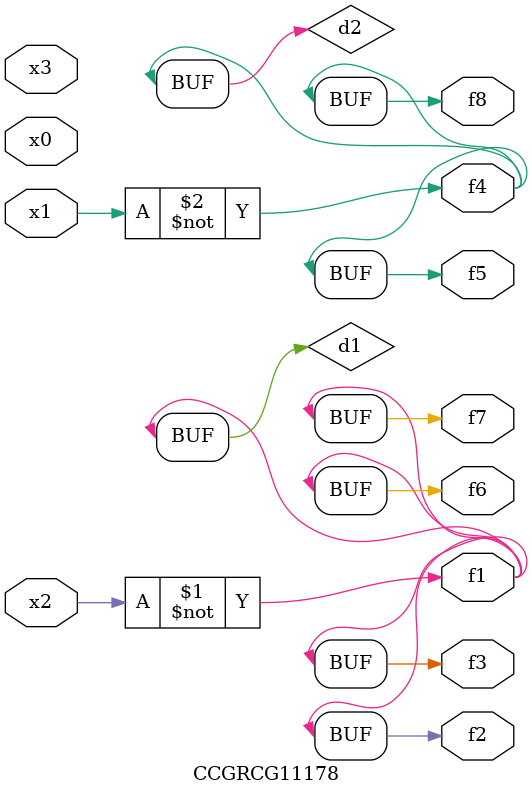
<source format=v>
module CCGRCG11178(
	input x0, x1, x2, x3,
	output f1, f2, f3, f4, f5, f6, f7, f8
);

	wire d1, d2;

	xnor (d1, x2);
	not (d2, x1);
	assign f1 = d1;
	assign f2 = d1;
	assign f3 = d1;
	assign f4 = d2;
	assign f5 = d2;
	assign f6 = d1;
	assign f7 = d1;
	assign f8 = d2;
endmodule

</source>
